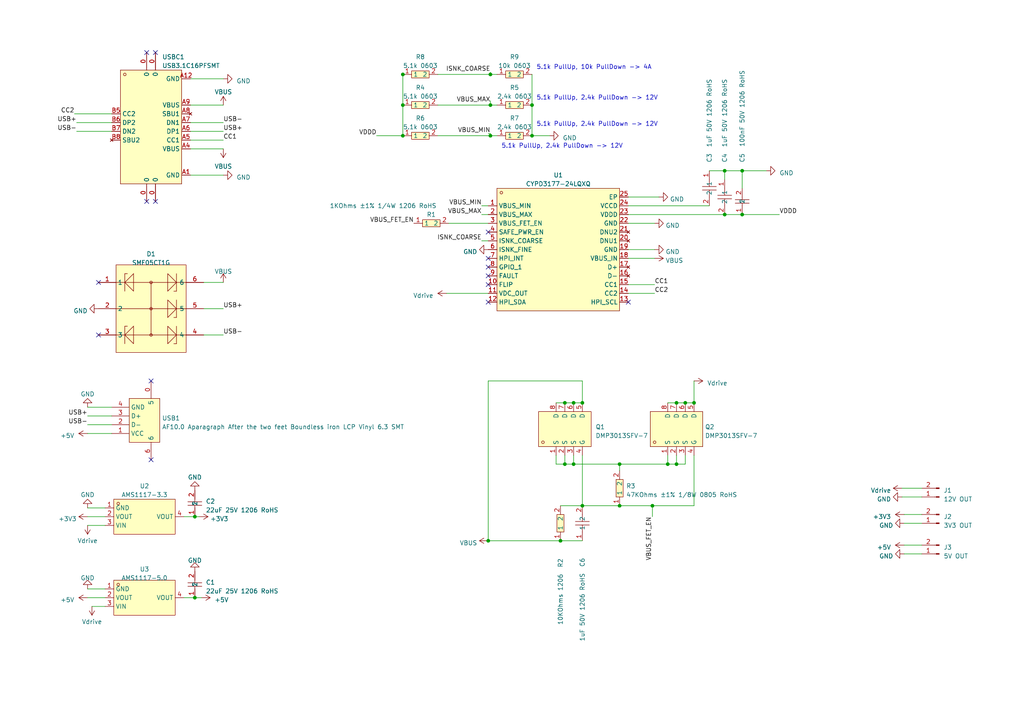
<source format=kicad_sch>
(kicad_sch (version 20230121) (generator eeschema)
  (paper "A4")
  (title_block (title "Frankenstein LightningBolt") (date "2023-05-23") (rev "0.1") (company "wirkbetrieb.net") (comment 1 "Tom Merlin Eichhorn"))
  (lib_symbols
    (symbol "Connector:Conn_01x02_Pin" (pin_names (offset 1.016) hide)
      (property "Reference" "J" (at 0 2.54 0))
      (property "Value" "Conn_01x02_Pin" (at 0 -5.08 0))
      (symbol "Conn_01x02_Pin_1_1"
        (polyline (pts (xy 1.27 -2.54) (xy 0.8636 -2.54)) (stroke (width 0.1524)))
        (polyline (pts (xy 1.27 0) (xy 0.8636 0)) (stroke (width 0.1524)))
        (rectangle (start 0.8636 -2.413) (end 0 -2.667) (stroke (width 0.1524)) (fill (type outline)))
        (rectangle (start 0.8636 0.127) (end 0 -0.127) (stroke (width 0.1524)) (fill (type outline)))
        (pin passive line (at 5.08 0 180) (length 3.81) (name "Pin_1") (number "1"))
        (pin passive line (at 5.08 -2.54 180) (length 3.81) (name "Pin_2") (number "2"))
      )
    )
    (symbol "easyeda2kicad:0603WAF2401T5E"
      (property "Reference" "R" (at 0 5.08 0))
      (property "Value" "2.4k 0603" (at 0 -5.08 0))
      (symbol "0603WAF2401T5E_0_1"
        (rectangle (start -2.54 1.02) (end 2.54 -1.02) (fill (type background)))
        (pin bidirectional line (at -5.08 0 0) (length 2.54) (name "1") (number "1"))
        (pin bidirectional line (at 5.08 0 180) (length 2.54) (name "2") (number "2"))
      )
    )
    (symbol "easyeda2kicad:0603WAF5101T5E"
      (property "Reference" "R" (at 0 5.08 0))
      (property "Value" "5.1k 0603" (at 0 -5.08 0))
      (symbol "0603WAF5101T5E_0_1"
        (rectangle (start -2.54 1.02) (end 2.54 -1.02) (fill (type background)))
        (pin bidirectional line (at -5.08 0 0) (length 2.54) (name "1") (number "1"))
        (pin bidirectional line (at 5.08 0 180) (length 2.54) (name "2") (number "2"))
      )
    )
    (symbol "easyeda2kicad:0603WAF5103T5E"
      (property "Reference" "R" (at 0 5.08 0))
      (property "Value" "10k 0603" (at 0 -5.08 0))
      (symbol "0603WAF5103T5E_0_1"
        (rectangle (start -2.54 1.02) (end 2.54 -1.02) (fill (type background)))
        (pin bidirectional line (at -5.08 0 0) (length 2.54) (name "1") (number "1"))
        (pin bidirectional line (at 5.08 0 180) (length 2.54) (name "2") (number "2"))
      )
    )
    (symbol "easyeda2kicad:0805W8F4702T5E"
      (property "Reference" "R" (at 0 5.08 0))
      (property "Value" "47k 0805" (at 0 -5.08 0))
      (symbol "0805W8F4702T5E_0_1"
        (rectangle (start -2.54 1.02) (end 2.54 -1.02) (fill (type background)))
        (pin bidirectional line (at -5.08 0 0) (length 2.54) (name "1") (number "1"))
        (pin bidirectional line (at 5.08 0 180) (length 2.54) (name "2") (number "2"))
      )
    )
    (symbol "easyeda2kicad:1206W4F1001T5E"
      (property "Reference" "R" (at 0 5.08 0))
      (property "Value" "1k 1206" (at 0 -5.08 0))
      (symbol "1206W4F1001T5E_0_1"
        (rectangle (start -2.54 1.02) (end 2.54 -1.02) (fill (type background)))
        (pin bidirectional line (at -5.08 0 0) (length 2.54) (name "1") (number "1"))
        (pin bidirectional line (at 5.08 0 180) (length 2.54) (name "2") (number "2"))
      )
    )
    (symbol "easyeda2kicad:1206W4F1002T5E"
      (property "Reference" "R" (at 0 5.08 0))
      (property "Value" "10k 1206" (at 0 -5.08 0))
      (symbol "1206W4F1002T5E_0_1"
        (rectangle (start -2.54 1.02) (end 2.54 -1.02) (fill (type background)))
        (pin bidirectional line (at -5.08 0 0) (length 2.54) (name "1") (number "1"))
        (pin bidirectional line (at 5.08 0 180) (length 2.54) (name "2") (number "2"))
      )
    )
    (symbol "easyeda2kicad:AF10.0AparagraphAfterthetwofeetBoundlessironLCPVinyl6.3SMT"
      (property "Reference" "USB" (at 0 16.51 0))
      (property "Value" "AF10.0 Aparagraph After the two feet Boundless iron LCP Vinyl 6.3 SMT" (at 0 -16.51 0))
      (symbol "AF10.0AparagraphAfterthetwofeetBoundlessironLCPVinyl6.3SMT_0_1"
        (rectangle (start -6.35 6.35) (end 2.54 -6.35) (fill (type background)))
        (pin unspecified line (at -3.81 -11.43 90) (length 5.08) (name "5") (number "0"))
        (pin power_in line (at 7.62 3.81 180) (length 5.08) (name "VCC") (number "1"))
        (pin bidirectional line (at 7.62 1.27 180) (length 5.08) (name "D-") (number "2"))
        (pin bidirectional line (at 7.62 -1.27 180) (length 5.08) (name "D+") (number "3"))
        (pin power_in line (at 7.62 -3.81 180) (length 5.08) (name "GND") (number "4"))
        (pin unspecified line (at -3.81 11.43 270) (length 5.08) (name "6") (number "6"))
      )
    )
    (symbol "easyeda2kicad:AMS1117-3.3"
      (property "Reference" "U" (at 0 7.62 0))
      (property "Value" "AMS1117-3.3" (at 0 -7.62 0))
      (symbol "AMS1117-3.3_0_1"
        (rectangle (start -8.89 5.08) (end 8.89 -5.08) (fill (type background)))
        (circle (center -7.62 3.81) (radius 0.38))
        (pin power_in line (at -11.43 2.54 0) (length 2.54) (name "GND") (number "1"))
        (pin power_out line (at -11.43 0 0) (length 2.54) (name "VOUT") (number "2"))
        (pin power_in line (at -11.43 -2.54 0) (length 2.54) (name "VIN") (number "3"))
        (pin power_out line (at 11.43 0 180) (length 2.54) (name "VOUT") (number "4"))
      )
    )
    (symbol "easyeda2kicad:AMS1117-5.0"
      (property "Reference" "U" (at 0 7.62 0))
      (property "Value" "AMS1117-5.0" (at 0 -7.62 0))
      (symbol "AMS1117-5.0_0_1"
        (rectangle (start -8.89 5.08) (end 8.89 -5.08) (fill (type background)))
        (circle (center -7.62 3.81) (radius 0.38))
        (pin power_in line (at -11.43 2.54 0) (length 2.54) (name "GND") (number "1"))
        (pin power_out line (at -11.43 0 0) (length 2.54) (name "VOUT") (number "2"))
        (pin power_in line (at -11.43 -2.54 0) (length 2.54) (name "VIN") (number "3"))
        (pin power_out line (at 11.43 0 180) (length 2.54) (name "VOUT") (number "4"))
      )
    )
    (symbol "easyeda2kicad:CL31A226KAHNNNE"
      (property "Reference" "C" (at 0 5.08 0))
      (property "Value" "CL31A226KAHNNNE" (at 0 -5.08 0))
      (symbol "CL31A226KAHNNNE_0_1"
        (polyline (pts (xy -1.27 0) (xy -0.51 0)))
        (polyline (pts (xy -0.51 2.03) (xy -0.51 -2.03)))
        (polyline (pts (xy 0.51 0) (xy 1.27 0)))
        (polyline (pts (xy 0.51 2.03) (xy 0.51 -2.03)))
        (pin input line (at -3.81 0 0) (length 2.54) (name "1") (number "1"))
        (pin input line (at 3.81 0 180) (length 2.54) (name "2") (number "2"))
      )
    )
    (symbol "easyeda2kicad:CL31B104KBCNNNC"
      (property "Reference" "C" (at 0 5.08 0))
      (property "Value" "100nF 50V 1206" (at 0 -5.08 0))
      (symbol "CL31B104KBCNNNC_0_1"
        (polyline (pts (xy -1.27 0) (xy -0.51 0)))
        (polyline (pts (xy -0.51 2.03) (xy -0.51 -2.03)))
        (polyline (pts (xy 0.51 0) (xy 1.27 0)))
        (polyline (pts (xy 0.51 2.03) (xy 0.51 -2.03)))
        (pin bidirectional line (at -3.81 0 0) (length 2.54) (name "1") (number "1"))
        (pin bidirectional line (at 3.81 0 180) (length 2.54) (name "2") (number "2"))
      )
    )
    (symbol "easyeda2kicad:CL31B105KBHNNNE"
      (property "Reference" "C" (at 0 5.08 0))
      (property "Value" "1uF 50V 1206" (at 0 -5.08 0))
      (symbol "CL31B105KBHNNNE_0_1"
        (polyline (pts (xy -0.51 -2.03) (xy -0.51 2.03)))
        (polyline (pts (xy -0.51 0) (xy -2.54 0)))
        (polyline (pts (xy 0.51 2.03) (xy 0.51 -2.03)))
        (polyline (pts (xy 2.54 0) (xy 0.51 0)))
        (pin bidirectional line (at -5.08 0 0) (length 2.54) (name "1") (number "1"))
        (pin bidirectional line (at 5.08 0 180) (length 2.54) (name "2") (number "2"))
      )
    )
    (symbol "easyeda2kicad:CYPD3177-24LQXQ"
      (property "Reference" "U" (at 0 20.32 0))
      (property "Value" "CYPD3177-24LQXQ" (at 0 -20.32 0))
      (symbol "CYPD3177-24LQXQ_0_1"
        (rectangle (start -17.78 17.78) (end 17.78 -17.78) (fill (type background)))
        (circle (center -16.51 16.51) (radius 0.38))
        (pin input line (at -20.32 12.7 0) (length 2.54) (name "VBUS_MIN") (number "1"))
        (pin output line (at -20.32 -10.16 0) (length 2.54) (name "FLIP") (number "10"))
        (pin power_in line (at -20.32 -12.7 0) (length 2.54) (name "VDC_OUT") (number "11"))
        (pin bidirectional line (at -20.32 -15.24 0) (length 2.54) (name "HPI_SDA") (number "12"))
        (pin input line (at 20.32 -15.24 180) (length 2.54) (name "HPI_SCL") (number "13"))
        (pin bidirectional line (at 20.32 -12.7 180) (length 2.54) (name "CC2") (number "14"))
        (pin bidirectional line (at 20.32 -10.16 180) (length 2.54) (name "CC1") (number "15"))
        (pin no_connect line (at 20.32 -7.62 180) (length 2.54) (name "D-") (number "16"))
        (pin no_connect line (at 20.32 -5.08 180) (length 2.54) (name "D+") (number "17"))
        (pin power_in line (at 20.32 -2.54 180) (length 2.54) (name "VBUS_IN") (number "18"))
        (pin power_in line (at 20.32 0 180) (length 2.54) (name "GND") (number "19"))
        (pin input line (at -20.32 10.16 0) (length 2.54) (name "VBUS_MAX") (number "2"))
        (pin no_connect line (at 20.32 2.54 180) (length 2.54) (name "DNU1") (number "20"))
        (pin no_connect line (at 20.32 5.08 180) (length 2.54) (name "DNU2") (number "21"))
        (pin power_in line (at 20.32 7.62 180) (length 2.54) (name "GND") (number "22"))
        (pin power_out line (at 20.32 10.16 180) (length 2.54) (name "VDDD") (number "23"))
        (pin power_out line (at 20.32 12.7 180) (length 2.54) (name "VCCD") (number "24"))
        (pin unspecified line (at 20.32 15.24 180) (length 2.54) (name "EP") (number "25"))
        (pin output line (at -20.32 7.62 0) (length 2.54) (name "VBUS_FET_EN") (number "3"))
        (pin output line (at -20.32 5.08 0) (length 2.54) (name "SAFE_PWR_EN") (number "4"))
        (pin input line (at -20.32 2.54 0) (length 2.54) (name "ISNK_COARSE") (number "5"))
        (pin power_in line (at -20.32 0 0) (length 2.54) (name "ISNK_FINE") (number "6"))
        (pin output line (at -20.32 -2.54 0) (length 2.54) (name "HPI_INT") (number "7"))
        (pin bidirectional line (at -20.32 -5.08 0) (length 2.54) (name "GPIO_1") (number "8"))
        (pin output line (at -20.32 -7.62 0) (length 2.54) (name "FAULT") (number "9"))
      )
    )
    (symbol "easyeda2kicad:DMP3013SFV-7"
      (property "Reference" "Q" (at 0 7.62 0))
      (property "Value" "DMP3013SFV-7" (at 0 -10.16 0))
      (symbol "DMP3013SFV-7_0_1"
        (rectangle (start -5.08 7.62) (end 5.08 -7.62) (fill (type background)))
        (circle (center -3.81 6.35) (radius 0.38))
        (pin bidirectional line (at -7.62 2.54 0) (length 2.54) (name "S") (number "1"))
        (pin bidirectional line (at -7.62 0 0) (length 2.54) (name "S") (number "2"))
        (pin bidirectional line (at -7.62 -2.54 0) (length 2.54) (name "S") (number "3"))
        (pin bidirectional line (at -7.62 -5.08 0) (length 2.54) (name "G") (number "4"))
        (pin bidirectional line (at 7.62 -5.08 180) (length 2.54) (name "D") (number "5"))
        (pin bidirectional line (at 7.62 -2.54 180) (length 2.54) (name "D") (number "6"))
        (pin bidirectional line (at 7.62 0 180) (length 2.54) (name "D") (number "7"))
        (pin bidirectional line (at 7.62 2.54 180) (length 2.54) (name "D") (number "8"))
      )
    )
    (symbol "easyeda2kicad:SMF05CT1G"
      (property "Reference" "D" (at 0 12.7 0))
      (property "Value" "SMF05CT1G" (at 0 -12.7 0))
      (symbol "SMF05CT1G_0_1"
        (rectangle (start -10.16 12.7) (end 10.16 -12.7) (fill (type background)))
        (circle (center 0 -7.62) (radius 0.38))
        (polyline (pts (xy -10.16 -7.62) (xy 10.16 -7.62)))
        (polyline (pts (xy -10.16 0) (xy 0 0)))
        (polyline (pts (xy -10.16 7.62) (xy 10.16 7.62)))
        (polyline (pts (xy -7.62 -10.16) (xy -7.62 -5.08)))
        (polyline (pts (xy -7.62 -5.08) (xy -6.86 -5.08)))
        (polyline (pts (xy -7.62 5.08) (xy -7.62 10.16)))
        (polyline (pts (xy -7.62 10.16) (xy -6.86 10.16)))
        (polyline (pts (xy 0 -7.62) (xy 0 7.62)))
        (polyline (pts (xy 0 0) (xy 10.16 0)))
        (polyline (pts (xy 7.37 -10.16) (xy 6.6 -10.16)))
        (polyline (pts (xy 7.37 -5.08) (xy 7.37 -10.16)))
        (polyline (pts (xy 7.37 -2.54) (xy 6.6 -2.54)))
        (polyline (pts (xy 7.37 2.54) (xy 7.37 -2.54)))
        (polyline (pts (xy 7.37 5.08) (xy 6.6 5.08)))
        (polyline (pts (xy 7.37 10.16) (xy 7.37 5.08)))
        (polyline (pts (xy -5.08 -5.08) (xy -7.62 -7.62) (xy -5.08 -10.16) (xy -5.08 -5.08)) (fill (type background)))
        (polyline (pts (xy -5.08 10.16) (xy -7.62 7.62) (xy -5.08 5.08) (xy -5.08 10.16)) (fill (type background)))
        (polyline (pts (xy 4.83 -10.16) (xy 7.37 -7.62) (xy 4.83 -5.08) (xy 4.83 -10.16)) (fill (type background)))
        (polyline (pts (xy 4.83 -2.54) (xy 7.37 0) (xy 4.83 2.54) (xy 4.83 -2.54)) (fill (type background)))
        (polyline (pts (xy 4.83 5.08) (xy 7.37 7.62) (xy 4.83 10.16) (xy 4.83 5.08)) (fill (type background)))
        (circle (center 0 0) (radius 0.38))
        (circle (center 0 7.62) (radius 0.38))
        (arc (start 0.25 -7.62) (mid 0.25 -7.62) (end 0.25 -7.62))
        (arc (start 0.25 0) (mid 0.25 0) (end 0.25 0))
        (arc (start 0.25 7.62) (mid 0.25 7.62) (end 0.25 7.62))
        (pin input line (at -15.24 7.62 0) (length 5.08) (name "1") (number "1"))
        (pin power_in line (at -15.24 0 0) (length 5.08) (name "2") (number "2"))
        (pin input line (at -15.24 -7.62 0) (length 5.08) (name "3") (number "3"))
        (pin input line (at 15.24 -7.62 180) (length 5.08) (name "4") (number "4"))
        (pin input line (at 15.24 0 180) (length 5.08) (name "5") (number "5"))
        (pin power_in line (at 15.24 7.62 180) (length 5.08) (name "6") (number "6"))
      )
    )
    (symbol "easyeda2kicad:USB3.1C16PFSMT"
      (property "Reference" "USBC" (at 0 26.67 0))
      (property "Value" "USB3.1C16PFSMT" (at 0 -26.67 0))
      (symbol "USB3.1C16PFSMT_0_1"
        (rectangle (start -8.89 16.51) (end 8.89 -16.51) (fill (type background)))
        (circle (center -7.62 15.24) (radius 0.38))
        (pin unspecified line (at -1.27 -21.59 90) (length 5.08) (name "0") (number "0"))
        (pin unspecified line (at -1.27 21.59 270) (length 5.08) (name "0") (number "0"))
        (pin unspecified line (at 1.27 -21.59 90) (length 5.08) (name "0") (number "0"))
        (pin unspecified line (at 1.27 21.59 270) (length 5.08) (name "0") (number "0"))
        (pin power_out line (at 11.43 -13.97 180) (length 2.54) (name "GND") (number "A1"))
        (pin power_out line (at 11.43 13.97 180) (length 2.54) (name "GND") (number "A12"))
        (pin power_out line (at 11.43 -6.35 180) (length 2.54) (name "VBUS") (number "A4"))
        (pin bidirectional line (at 11.43 -3.81 180) (length 2.54) (name "CC1") (number "A5"))
        (pin bidirectional line (at 11.43 -1.27 180) (length 2.54) (name "DP1") (number "A6"))
        (pin bidirectional line (at 11.43 1.27 180) (length 2.54) (name "DN1") (number "A7"))
        (pin no_connect line (at 11.43 3.81 180) (length 2.54) (name "SBU1") (number "A8"))
        (pin power_out line (at 11.43 6.35 180) (length 2.54) (name "VBUS") (number "A9"))
        (pin bidirectional line (at -11.43 3.81 0) (length 2.54) (name "CC2") (number "B5"))
        (pin bidirectional line (at -11.43 1.27 0) (length 2.54) (name "DP2") (number "B6"))
        (pin bidirectional line (at -11.43 -1.27 0) (length 2.54) (name "DN2") (number "B7"))
        (pin no_connect line (at -11.43 -3.81 0) (length 2.54) (name "SBU2") (number "B8"))
      )
    )
    (symbol "power:+3V3" (power) (pin_names (offset 0))
      (property "Value" "+3V3" (at 0 3.556 0))
      (symbol "+3V3_0_1"
        (polyline (pts (xy -0.762 1.27) (xy 0 2.54)))
        (polyline (pts (xy 0 0) (xy 0 2.54)))
        (polyline (pts (xy 0 2.54) (xy 0.762 1.27)))
      )
      (symbol "+3V3_1_1"
        (pin power_in line (at 0 0 90) (length 0) hide (name "+3V3") (number "1"))
      )
    )
    (symbol "power:+5V" (power) (pin_names (offset 0))
      (property "Value" "+5V" (at 0 3.556 0))
      (symbol "+5V_0_1"
        (polyline (pts (xy -0.762 1.27) (xy 0 2.54)))
        (polyline (pts (xy 0 0) (xy 0 2.54)))
        (polyline (pts (xy 0 2.54) (xy 0.762 1.27)))
      )
      (symbol "+5V_1_1"
        (pin power_in line (at 0 0 90) (length 0) hide (name "+5V") (number "1"))
      )
    )
    (symbol "power:GND" (power) (pin_names (offset 0))
      (property "Value" "GND" (at 0 -3.81 0))
      (symbol "GND_0_1"
        (polyline (pts (xy 0 0) (xy 0 -1.27) (xy 1.27 -1.27) (xy 0 -2.54) (xy -1.27 -1.27) (xy 0 -1.27)))
      )
      (symbol "GND_1_1"
        (pin power_in line (at 0 0 270) (length 0) hide (name "GND") (number "1"))
      )
    )
    (symbol "power:VBUS" (power) (pin_names (offset 0))
      (property "Value" "VBUS" (at 0 3.81 0))
      (symbol "VBUS_0_1"
        (polyline (pts (xy -0.762 1.27) (xy 0 2.54)))
        (polyline (pts (xy 0 0) (xy 0 2.54)))
        (polyline (pts (xy 0 2.54) (xy 0.762 1.27)))
      )
      (symbol "VBUS_1_1"
        (pin power_in line (at 0 0 90) (length 0) hide (name "VBUS") (number "1"))
      )
    )
    (symbol "power:Vdrive" (power) (pin_names (offset 0))
      (property "Value" "Vdrive" (at 0 3.81 0))
      (symbol "Vdrive_0_1"
        (polyline (pts (xy -0.762 1.27) (xy 0 2.54)))
        (polyline (pts (xy 0 0) (xy 0 2.54)))
        (polyline (pts (xy 0 2.54) (xy 0.762 1.27)))
      )
      (symbol "Vdrive_1_1"
        (pin power_in line (at 0 0 90) (length 0) hide (name "Vdrive") (number "1"))
      )
    )
  )
  (junction (at 196.215 134.62))
  (junction (at 210.185 62.23))
  (junction (at 162.56 156.845))
  (junction (at 215.265 49.53))
  (junction (at 116.84 30.48))
  (junction (at 215.265 62.23))
  (junction (at 210.185 49.53))
  (junction (at 154.305 30.48))
  (junction (at 196.215 116.84))
  (junction (at 179.705 146.685))
  (junction (at 193.675 134.62))
  (junction (at 168.91 116.84))
  (junction (at 179.705 134.62))
  (junction (at 142.24 30.48))
  (junction (at 154.305 39.37))
  (junction (at 142.24 39.37))
  (junction (at 56.515 173.355))
  (junction (at 56.515 149.86))
  (junction (at 198.755 116.84))
  (junction (at 166.37 116.84))
  (junction (at 201.295 116.84))
  (junction (at 116.84 39.37))
  (junction (at 142.24 21.59))
  (junction (at 163.83 116.84))
  (junction (at 141.605 156.845))
  (junction (at 168.91 146.685))
  (junction (at 189.23 146.685))
  (junction (at 166.37 134.62))
  (junction (at 116.84 21.59))
  (junction (at 163.83 134.62))
  (no_connect (at 141.605 74.93))
  (no_connect (at 42.545 15.24))
  (no_connect (at 42.545 58.42))
  (no_connect (at 43.815 110.49))
  (no_connect (at 141.605 67.31))
  (no_connect (at 141.605 80.01))
  (no_connect (at 141.605 82.55))
  (no_connect (at 28.575 97.155))
  (no_connect (at 45.085 15.24))
  (no_connect (at 182.245 87.63))
  (no_connect (at 45.085 58.42))
  (no_connect (at 43.815 133.35))
  (no_connect (at 141.605 77.47))
  (no_connect (at 141.605 87.63))
  (no_connect (at 28.575 81.915))
  (wire (pts (xy 162.56 156.845) (xy 141.605 156.845)))
  (wire (pts (xy 182.245 74.93) (xy 189.865 74.93)))
  (wire (pts (xy 210.185 49.53) (xy 210.185 52.07)))
  (wire (pts (xy 25.4 149.86) (xy 30.48 149.86)))
  (wire (pts (xy 189.23 146.685) (xy 201.295 146.685)))
  (wire (pts (xy 25.4 152.4) (xy 30.48 152.4)))
  (wire (pts (xy 168.91 110.49) (xy 168.91 116.84)))
  (wire (pts (xy 55.245 50.8) (xy 64.77 50.8)))
  (wire (pts (xy 109.22 39.37) (xy 116.84 39.37)))
  (wire (pts (xy 116.84 30.48) (xy 116.84 39.37)))
  (wire (pts (xy 53.34 173.355) (xy 56.515 173.355)))
  (wire (pts (xy 116.84 21.59) (xy 117.475 21.59)))
  (wire (pts (xy 56.515 173.355) (xy 58.42 173.355)))
  (wire (pts (xy 201.295 110.49) (xy 201.295 116.84)))
  (wire (pts (xy 163.83 134.62) (xy 163.83 132.08)))
  (wire (pts (xy 127 39.37) (xy 142.24 39.37)))
  (wire (pts (xy 166.37 134.62) (xy 166.37 132.08)))
  (wire (pts (xy 161.29 134.62) (xy 163.83 134.62)))
  (wire (pts (xy 55.245 38.1) (xy 64.77 38.1)))
  (wire (pts (xy 166.37 134.62) (xy 179.705 134.62)))
  (wire (pts (xy 161.29 132.08) (xy 161.29 134.62)))
  (wire (pts (xy 59.055 97.155) (xy 64.77 97.155)))
  (wire (pts (xy 56.515 149.86) (xy 57.785 149.86)))
  (wire (pts (xy 55.245 43.18) (xy 64.77 43.18)))
  (wire (pts (xy 210.185 62.23) (xy 215.265 62.23)))
  (wire (pts (xy 154.305 30.48) (xy 154.305 39.37)))
  (wire (pts (xy 262.255 158.115) (xy 267.335 158.115)))
  (wire (pts (xy 142.24 30.48) (xy 144.145 30.48)))
  (wire (pts (xy 142.24 20.955) (xy 142.24 21.59)))
  (wire (pts (xy 142.24 38.735) (xy 142.24 39.37)))
  (wire (pts (xy 168.91 110.49) (xy 141.605 110.49)))
  (wire (pts (xy 59.055 81.915) (xy 64.77 81.915)))
  (wire (pts (xy 182.245 85.09) (xy 189.865 85.09)))
  (wire (pts (xy 198.755 116.84) (xy 201.295 116.84)))
  (wire (pts (xy 262.255 151.765) (xy 267.335 151.765)))
  (wire (pts (xy 26.67 175.895) (xy 30.48 175.895)))
  (wire (pts (xy 162.56 146.685) (xy 168.91 146.685)))
  (wire (pts (xy 215.265 49.53) (xy 222.25 49.53)))
  (wire (pts (xy 168.91 146.685) (xy 179.705 146.685)))
  (wire (pts (xy 182.245 82.55) (xy 189.865 82.55)))
  (wire (pts (xy 116.84 30.48) (xy 116.84 21.59)))
  (wire (pts (xy 193.675 134.62) (xy 193.675 132.08)))
  (wire (pts (xy 198.755 134.62) (xy 198.755 132.08)))
  (wire (pts (xy 127 30.48) (xy 142.24 30.48)))
  (wire (pts (xy 196.215 116.84) (xy 198.755 116.84)))
  (wire (pts (xy 59.055 89.535) (xy 64.77 89.535)))
  (wire (pts (xy 262.255 160.655) (xy 267.335 160.655)))
  (wire (pts (xy 55.245 30.48) (xy 64.77 30.48)))
  (wire (pts (xy 179.705 146.685) (xy 189.23 146.685)))
  (wire (pts (xy 182.245 62.23) (xy 210.185 62.23)))
  (wire (pts (xy 179.705 134.62) (xy 179.705 136.525)))
  (wire (pts (xy 53.34 149.86) (xy 56.515 149.86)))
  (wire (pts (xy 142.24 21.59) (xy 144.145 21.59)))
  (wire (pts (xy 163.83 134.62) (xy 166.37 134.62)))
  (wire (pts (xy 139.7 62.23) (xy 141.605 62.23)))
  (wire (pts (xy 154.305 21.59) (xy 154.305 30.48)))
  (wire (pts (xy 22.225 38.1) (xy 32.385 38.1)))
  (wire (pts (xy 129.54 85.09) (xy 141.605 85.09)))
  (wire (pts (xy 127 21.59) (xy 142.24 21.59)))
  (wire (pts (xy 193.675 134.62) (xy 196.215 134.62)))
  (wire (pts (xy 25.4 120.65) (xy 32.385 120.65)))
  (wire (pts (xy 193.675 116.84) (xy 196.215 116.84)))
  (wire (pts (xy 130.175 64.77) (xy 141.605 64.77)))
  (wire (pts (xy 142.24 38.735) (xy 141.605 38.735)))
  (wire (pts (xy 162.56 156.845) (xy 168.91 156.845)))
  (wire (pts (xy 182.245 57.15) (xy 191.135 57.15)))
  (wire (pts (xy 25.4 170.815) (xy 30.48 170.815)))
  (wire (pts (xy 142.24 39.37) (xy 144.145 39.37)))
  (wire (pts (xy 215.265 49.53) (xy 215.265 54.61)))
  (wire (pts (xy 168.91 132.08) (xy 168.91 146.685)))
  (wire (pts (xy 261.62 144.145) (xy 267.335 144.145)))
  (wire (pts (xy 25.4 147.32) (xy 30.48 147.32)))
  (wire (pts (xy 196.215 132.08) (xy 196.215 134.62)))
  (wire (pts (xy 22.225 35.56) (xy 32.385 35.56)))
  (wire (pts (xy 25.4 173.355) (xy 30.48 173.355)))
  (wire (pts (xy 55.245 40.64) (xy 64.77 40.64)))
  (wire (pts (xy 182.245 72.39) (xy 189.865 72.39)))
  (wire (pts (xy 196.215 134.62) (xy 198.755 134.62)))
  (wire (pts (xy 205.74 49.53) (xy 210.185 49.53)))
  (wire (pts (xy 182.245 59.69) (xy 205.74 59.69)))
  (wire (pts (xy 189.23 146.685) (xy 189.23 149.86)))
  (wire (pts (xy 25.4 125.73) (xy 32.385 125.73)))
  (wire (pts (xy 142.24 29.21) (xy 142.24 30.48)))
  (wire (pts (xy 141.605 110.49) (xy 141.605 156.845)))
  (wire (pts (xy 139.7 69.85) (xy 141.605 69.85)))
  (wire (pts (xy 139.7 59.69) (xy 141.605 59.69)))
  (wire (pts (xy 182.245 64.77) (xy 189.865 64.77)))
  (wire (pts (xy 25.4 118.11) (xy 32.385 118.11)))
  (wire (pts (xy 55.245 35.56) (xy 64.77 35.56)))
  (wire (pts (xy 179.705 134.62) (xy 193.675 134.62)))
  (wire (pts (xy 25.4 123.19) (xy 32.385 123.19)))
  (wire (pts (xy 166.37 116.84) (xy 168.91 116.84)))
  (wire (pts (xy 261.62 141.605) (xy 267.335 141.605)))
  (wire (pts (xy 262.255 149.225) (xy 267.335 149.225)))
  (wire (pts (xy 21.59 33.02) (xy 32.385 33.02)))
  (wire (pts (xy 154.305 39.37) (xy 159.385 39.37)))
  (wire (pts (xy 161.29 116.84) (xy 163.83 116.84)))
  (wire (pts (xy 210.185 49.53) (xy 215.265 49.53)))
  (wire (pts (xy 215.265 62.23) (xy 226.06 62.23)))
  (wire (pts (xy 201.295 132.08) (xy 201.295 146.685)))
  (wire (pts (xy 55.245 22.86) (xy 64.77 22.86)))
  (wire (pts (xy 163.83 116.84) (xy 166.37 116.84)))
  (text "5.1k PullUp, 2.4k PullDown -> 12V" (at 155.575 36.83 0) (effects (font (size 1.27 1.27)) (justify left bottom)))
  (text "5.1k PullUp, 2.4k PullDown -> 12V" (at 155.575 29.21 0) (effects (font (size 1.27 1.27)) (justify left bottom)))
  (text "5.1k PullUp, 10k PullDown -> 4A\n" (at 155.575 20.32 0) (effects (font (size 1.27 1.27)) (justify left bottom)))
  (text "5.1k PullUp, 2.4k PullDown -> 12V" (at 145.415 43.18 0) (effects (font (size 1.27 1.27)) (justify left bottom)))
  (label "USB-" (at 64.77 97.155 0))
  (label "USB+" (at 64.77 38.1 0))
  (label "CC1" (at 64.77 40.64 0))
  (label "USB-" (at 25.4 123.19 180))
  (label "USB-" (at 64.77 35.56 0))
  (label "CC2" (at 21.59 33.02 180))
  (label "USB+" (at 22.225 35.56 180))
  (label "VBUS_FET_EN" (at 120.015 64.77 180))
  (label "VBUS_MAX" (at 139.7 62.23 180))
  (label "USB-" (at 22.225 38.1 180))
  (label "USB+" (at 64.77 89.535 0))
  (label "VDDD" (at 109.22 39.37 180))
  (label "VDDD" (at 226.06 62.23 0))
  (label "ISNK_COARSE" (at 139.7 69.85 180))
  (label "VBUS_FET_EN" (at 189.23 149.86 270))
  (label "CC2" (at 189.865 85.09 0))
  (label "CC1" (at 189.865 82.55 0))
  (label "VBUS_MIN" (at 139.7 59.69 180))
  (label "VBUS_MAX" (at 142.24 29.845 180))
  (label "USB+" (at 25.4 120.65 180))
  (label "ISNK_COARSE" (at 142.24 20.955 180))
  (label "VBUS_MIN" (at 142.24 38.735 180))
  (symbol (lib_id "easyeda2kicad:DMP3013SFV-7") (at 163.83 124.46 90) (unit 1)
    (property "Reference" "Q1" (at 172.72 123.825 90) (effects (justify right)))
    (property "Value" "DMP3013SFV-7" (at 172.72 126.365 90) (effects (justify right)))
    (property "Footprint" "easyeda2kicad:POWERPAK-1212-8_L3.1-W3.1-P0.65-LS3.3-BL" (effects hide))
    (property "Datasheet" "https://lcsc.com/product-detail/Others_Diodes-Incorporated_DMP3013SFV-7_Diodes-Incorporated-DMP3013SFV-7_C264098.html" (effects hide))
    (property "Manufacturer" "DIODES(美台)" (effects hide))
    (property "LCSC Part" "C264098" (effects hide))
    (property "JLC Part" "Extended Part" (effects hide))
  )
  (symbol (lib_id "easyeda2kicad:1206W4F1002T5E") (at 162.56 151.765 90) (unit 1)
    (property "Reference" "R2" (at 162.56 161.925 0) (effects (justify right)))
    (property "Value" "10KOhms 1206" (at 162.56 166.37 0) (effects (justify right)))
    (property "Footprint" "easyeda2kicad:R1206" (effects hide))
    (property "Datasheet" "https://lcsc.com/product-detail/Chip-Resistor-Surface-Mount-UniOhm_10KR-1002-1_C17902.html" (effects hide))
    (property "Manufacturer" "UNI-ROYAL(厚声)" (effects hide))
    (property "LCSC Part" "C17902" (effects hide))
    (property "JLC Part" "Basic Part" (effects hide))
  )
  (symbol (lib_id "power:+5V") (at 58.42 173.355 270) (unit 1)
    (property "Reference" "#PWR016" (effects hide))
    (property "Value" "+5V" (at 62.23 173.99 90) (effects (justify left)))
  )
  (symbol (lib_id "easyeda2kicad:0603WAF5103T5E") (at 149.225 21.59 0) (unit 1)
    (property "Reference" "R9" (at 149.225 16.51 0))
    (property "Value" "10k 0603" (at 149.225 19.05 0))
    (property "Footprint" "easyeda2kicad:R0603" (effects hide))
    (property "Datasheet" "https://lcsc.com/product-detail/Chip-Resistor-Surface-Mount-UniOhm_510KR-5103-1_C23192.html" (effects hide))
    (property "Manufacturer" "UNI-ROYAL(厚声)" (effects hide))
    (property "LCSC Part" "C23192" (effects hide))
    (property "JLC Part" "Basic Part" (effects hide))
  )
  (symbol (lib_id "easyeda2kicad:CL31B105KBHNNNE") (at 210.185 57.15 270) (unit 1)
    (property "Reference" "C4" (at 210.185 44.45 0) (effects (justify left)))
    (property "Value" "1uF 50V 1206 RoHS" (at 210.185 22.86 0) (effects (justify left)))
    (property "Footprint" "easyeda2kicad:C1206" (effects hide))
    (property "Datasheet" "https://lcsc.com/product-detail/Multilayer-Ceramic-Capacitors-MLCC-SMD-SMT_SAMSUNG_CL31B105KBHNNNE_1uF-105-10-50V_C1848.html" (effects hide))
    (property "Manufacturer" "SAMSUNG(三星)" (effects hide))
    (property "LCSC Part" "C1848" (effects hide))
    (property "JLC Part" "Basic Part" (effects hide))
  )
  (symbol (lib_id "power:Vdrive") (at 201.295 110.49 270) (unit 1)
    (property "Reference" "#PWR025" (effects hide))
    (property "Value" "Vdrive" (at 205.105 111.125 90) (effects (justify left)))
  )
  (symbol (lib_id "power:Vdrive") (at 26.67 175.895 180) (unit 1)
    (property "Reference" "#PWR015" (effects hide))
    (property "Value" "Vdrive" (at 26.67 180.34 0))
  )
  (symbol (lib_id "power:GND") (at 262.255 160.655 270) (unit 1)
    (property "Reference" "#PWR027" (effects hide))
    (property "Value" "GND" (at 259.08 161.29 90) (effects (justify right)))
  )
  (symbol (lib_id "easyeda2kicad:AF10.0AparagraphAfterthetwofeetBoundlessironLCPVinyl6.3SMT") (at 40.005 121.92 180) (unit 1)
    (property "Reference" "USB1" (at 46.99 121.285 0) (effects (justify right)))
    (property "Value" "AF10.0 Aparagraph After the two feet Boundless iron LCP Vinyl 6.3 SMT" (at 46.99 123.825 0) (effects (justify right)))
    (property "Footprint" "easyeda2kicad:USB-A-SMD_JTJ-USB-AF-10.0-023" (effects hide))
    (property "Datasheet" "https://lcsc.com/product-detail/USB-Connectors_AF10-0-Aparagraph-After-the-two-feet-Boundless-iron-LCP-Vinyl-6-3-SMT-High-temperature_C39423.html" (effects hide))
    (property "Manufacturer" "精拓金" (effects hide))
    (property "LCSC Part" "C39423" (effects hide))
    (property "JLC Part" "Extended Part" (effects hide))
  )
  (symbol (lib_id "easyeda2kicad:CYPD3177-24LQXQ") (at 161.925 72.39 0) (unit 1)
    (property "Reference" "U1" (at 161.925 50.8 0))
    (property "Value" "CYPD3177-24LQXQ" (at 161.925 53.34 0))
    (property "Footprint" "easyeda2kicad:TQFN-24_L4.0-W4.0-P0.50-TL-EP2.8" (effects hide))
    (property "Manufacturer" "SPANSION(飞索)" (effects hide))
    (property "LCSC Part" "C1521054" (effects hide))
  )
  (symbol (lib_id "easyeda2kicad:AMS1117-3.3") (at 41.91 149.86 0) (unit 1)
    (property "Reference" "U2" (at 41.91 140.97 0))
    (property "Value" "AMS1117-3.3" (at 41.91 143.51 0))
    (property "Footprint" "easyeda2kicad:SOT-223-3_L6.5-W3.4-P2.30-LS7.0-BR" (effects hide))
    (property "Datasheet" "https://lcsc.com/product-detail/Low-Dropout-Regulators-LDO_AMS_AMS1117-3-3_AMS1117-3-3_C6186.html" (effects hide))
    (property "Manufacturer" "AMS" (effects hide))
    (property "LCSC Part" "C6186" (effects hide))
    (property "JLC Part" "Basic Part" (effects hide))
  )
  (symbol (lib_id "easyeda2kicad:0603WAF5101T5E") (at 121.92 39.37 0) (unit 1)
    (property "Reference" "R6" (at 121.92 34.29 0))
    (property "Value" "5.1k 0603" (at 121.92 36.83 0))
    (property "Footprint" "easyeda2kicad:R0603" (effects hide))
    (property "Datasheet" "https://lcsc.com/product-detail/Chip-Resistor-Surface-Mount-UniOhm_5-1KR-5101-1_C23186.html" (effects hide))
    (property "Manufacturer" "UNI-ROYAL(厚声)" (effects hide))
    (property "LCSC Part" "C23186" (effects hide))
    (property "JLC Part" "Basic Part" (effects hide))
  )
  (symbol (lib_id "power:Vdrive") (at 25.4 152.4 180) (unit 1)
    (property "Reference" "#PWR012" (effects hide))
    (property "Value" "Vdrive" (at 25.4 156.845 0))
  )
  (symbol (lib_id "power:Vdrive") (at 261.62 141.605 90) (unit 1)
    (property "Reference" "#PWR030" (effects hide))
    (property "Value" "Vdrive" (at 258.445 142.24 90) (effects (justify left)))
  )
  (symbol (lib_id "Connector:Conn_01x02_Pin") (at 272.415 160.655 180) (unit 1)
    (property "Reference" "J3" (at 273.685 158.75 0) (effects (justify right)))
    (property "Value" "5V OUT" (at 273.685 161.29 0) (effects (justify right)))
  )
  (symbol (lib_id "power:VBUS") (at 64.77 43.18 180) (unit 1)
    (property "Reference" "#PWR02" (effects hide))
    (property "Value" "VBUS" (at 64.77 48.26 0))
  )
  (symbol (lib_id "power:GND") (at 222.25 49.53 90) (unit 1)
    (property "Reference" "#PWR023" (effects hide))
    (property "Value" "GND" (at 226.06 50.165 90) (effects (justify right)))
  )
  (symbol (lib_id "power:GND") (at 261.62 144.145 270) (unit 1)
    (property "Reference" "#PWR029" (effects hide))
    (property "Value" "GND" (at 258.445 144.78 90) (effects (justify right)))
  )
  (symbol (lib_id "Connector:Conn_01x02_Pin") (at 272.415 144.145 180) (unit 1)
    (property "Reference" "J1" (at 273.685 142.24 0) (effects (justify right)))
    (property "Value" "12V OUT" (at 273.685 144.78 0) (effects (justify right)))
  )
  (symbol (lib_id "power:GND") (at 64.77 22.86 90) (unit 1)
    (property "Reference" "#PWR03" (effects hide))
    (property "Value" "GND" (at 68.58 23.495 90) (effects (justify right)))
  )
  (symbol (lib_id "easyeda2kicad:1206W4F1001T5E") (at 125.095 64.77 0) (unit 1)
    (property "Reference" "R1" (at 125.095 62.23 0))
    (property "Value" "1KOhms ±1% 1/4W 1206 RoHS" (at 111.125 59.69 0))
    (property "Footprint" "easyeda2kicad:R1206" (effects hide))
    (property "Datasheet" "https://lcsc.com/product-detail/Chip-Resistor-Surface-Mount-UniOhm_1KR-1001-1_C4410.html" (effects hide))
    (property "Manufacturer" "UNI-ROYAL(厚声)" (effects hide))
    (property "LCSC Part" "C4410" (effects hide))
    (property "JLC Part" "Basic Part" (effects hide))
  )
  (symbol (lib_id "power:+3V3") (at 262.255 149.225 90) (unit 1)
    (property "Reference" "#PWR031" (effects hide))
    (property "Value" "+3V3" (at 258.445 149.86 90) (effects (justify left)))
  )
  (symbol (lib_id "power:GND") (at 191.135 57.15 90) (unit 1)
    (property "Reference" "#PWR022" (effects hide))
    (property "Value" "GND" (at 194.31 57.785 90) (effects (justify right)))
  )
  (symbol (lib_id "power:VBUS") (at 141.605 156.845 90) (unit 1)
    (property "Reference" "#PWR024" (effects hide))
    (property "Value" "VBUS" (at 138.43 157.48 90) (effects (justify left)))
  )
  (symbol (lib_id "easyeda2kicad:CL31B105KBHNNNE") (at 168.91 151.765 90) (unit 1)
    (property "Reference" "C6" (at 168.91 164.465 0) (effects (justify left)))
    (property "Value" "1uF 50V 1206 RoHS" (at 168.91 186.055 0) (effects (justify left)))
    (property "Footprint" "easyeda2kicad:C1206" (effects hide))
    (property "Datasheet" "https://lcsc.com/product-detail/Multilayer-Ceramic-Capacitors-MLCC-SMD-SMT_SAMSUNG_CL31B105KBHNNNE_1uF-105-10-50V_C1848.html" (effects hide))
    (property "Manufacturer" "SAMSUNG(三星)" (effects hide))
    (property "LCSC Part" "C1848" (effects hide))
    (property "JLC Part" "Basic Part" (effects hide))
  )
  (symbol (lib_id "power:GND") (at 56.515 165.735 180) (unit 1)
    (property "Reference" "#PWR018" (effects hide))
    (property "Value" "GND" (at 56.515 162.56 0))
  )
  (symbol (lib_id "easyeda2kicad:0805W8F4702T5E") (at 179.705 141.605 90) (unit 1)
    (property "Reference" "R3" (at 181.61 140.97 90) (effects (justify right)))
    (property "Value" "47KOhms ±1% 1/8W 0805 RoHS" (at 181.61 143.51 90) (effects (justify right)))
    (property "Footprint" "easyeda2kicad:R0805" (effects hide))
    (property "Datasheet" "https://lcsc.com/product-detail/Chip-Resistor-Surface-Mount-UniOhm_47KR-4702-1_C17713.html" (effects hide))
    (property "Manufacturer" "UNI-ROYAL(厚声)" (effects hide))
    (property "LCSC Part" "C17713" (effects hide))
    (property "JLC Part" "Basic Part" (effects hide))
  )
  (symbol (lib_id "easyeda2kicad:USB3.1C16PFSMT") (at 43.815 36.83 0) (unit 1)
    (property "Reference" "USBC1" (at 47.0409 16.51 0) (effects (justify left)))
    (property "Value" "USB3.1C16PFSMT" (at 47.0409 19.05 0) (effects (justify left)))
    (property "Footprint" "easyeda2kicad:USB-C-SMD_TYPE-C-USB-17" (effects hide))
    (property "Datasheet" "https://lcsc.com/product-detail/USB-Type-C_USB-3-1-C-16PF-SMT-2-0Type_C167321.html" (effects hide))
    (property "Manufacturer" "精拓金" (effects hide))
    (property "LCSC Part" "C167321" (effects hide))
    (property "JLC Part" "Extended Part" (effects hide))
  )
  (symbol (lib_id "power:+3V3") (at 25.4 149.86 90) (unit 1)
    (property "Reference" "#PWR010" (effects hide))
    (property "Value" "+3V3" (at 22.225 150.495 90) (effects (justify left)))
  )
  (symbol (lib_id "power:+5V") (at 262.255 158.115 90) (unit 1)
    (property "Reference" "#PWR032" (effects hide))
    (property "Value" "+5V" (at 258.445 158.75 90) (effects (justify left)))
  )
  (symbol (lib_id "easyeda2kicad:SMF05CT1G") (at 43.815 89.535 0) (unit 1)
    (property "Reference" "D1" (at 43.815 73.66 0))
    (property "Value" "SMF05CT1G" (at 43.815 76.2 0))
    (property "Footprint" "easyeda2kicad:SOT-363_L2.0-W1.3-P0.65-LS2.1-BR" (effects hide))
    (property "Datasheet" "https://lcsc.com/product-detail/TVS_ON_SMF05CT1G_SMF05CT1G_C15879.html" (effects hide))
    (property "Manufacturer" "onsemi(安森美)" (effects hide))
    (property "LCSC Part" "C15879" (effects hide))
    (property "JLC Part" "Basic Part" (effects hide))
  )
  (symbol (lib_id "power:GND") (at 56.515 142.24 180) (unit 1)
    (property "Reference" "#PWR017" (effects hide))
    (property "Value" "GND" (at 56.515 138.43 0))
  )
  (symbol (lib_id "easyeda2kicad:0603WAF2401T5E") (at 149.225 30.48 0) (unit 1)
    (property "Reference" "R5" (at 149.225 25.4 0))
    (property "Value" "2.4k 0603" (at 149.225 27.94 0))
    (property "Footprint" "easyeda2kicad:R0603" (effects hide))
    (property "Datasheet" "https://lcsc.com/product-detail/Chip-Resistor-Surface-Mount-UniOhm_2-4KR-2401-1_C22940.html" (effects hide))
    (property "Manufacturer" "UNI-ROYAL(厚声)" (effects hide))
    (property "LCSC Part" "C22940" (effects hide))
    (property "JLC Part" "Basic Part" (effects hide))
  )
  (symbol (lib_id "easyeda2kicad:CL31B105KBHNNNE") (at 205.74 54.61 270) (unit 1)
    (property "Reference" "C3" (at 205.74 44.45 0) (effects (justify left)))
    (property "Value" "1uF 50V 1206 RoHS" (at 205.74 22.86 0) (effects (justify left)))
    (property "Footprint" "easyeda2kicad:C1206" (effects hide))
    (property "Datasheet" "https://lcsc.com/product-detail/Multilayer-Ceramic-Capacitors-MLCC-SMD-SMT_SAMSUNG_CL31B105KBHNNNE_1uF-105-10-50V_C1848.html" (effects hide))
    (property "Manufacturer" "SAMSUNG(三星)" (effects hide))
    (property "LCSC Part" "C1848" (effects hide))
    (property "JLC Part" "Basic Part" (effects hide))
  )
  (symbol (lib_id "power:Vdrive") (at 129.54 85.09 90) (unit 1)
    (property "Reference" "#PWR026" (effects hide))
    (property "Value" "Vdrive" (at 125.73 85.725 90) (effects (justify left)))
  )
  (symbol (lib_id "power:GND") (at 25.4 170.815 180) (unit 1)
    (property "Reference" "#PWR013" (effects hide))
    (property "Value" "GND" (at 25.4 167.64 0))
  )
  (symbol (lib_id "power:GND") (at 25.4 147.32 180) (unit 1)
    (property "Reference" "#PWR09" (effects hide))
    (property "Value" "GND" (at 25.4 143.51 0))
  )
  (symbol (lib_id "power:GND") (at 28.575 89.535 270) (unit 1)
    (property "Reference" "#PWR07" (effects hide))
    (property "Value" "GND" (at 25.4 90.17 90) (effects (justify right)))
  )
  (symbol (lib_id "easyeda2kicad:CL31B104KBCNNNC") (at 215.265 58.42 90) (unit 1)
    (property "Reference" "C5" (at 215.265 44.45 0) (effects (justify right)))
    (property "Value" "100nF 50V 1206 RoHS" (at 215.265 20.32 0) (effects (justify right)))
    (property "Footprint" "easyeda2kicad:C1206" (effects hide))
    (property "Datasheet" "https://lcsc.com/product-detail/Multilayer-Ceramic-Capacitors-MLCC-SMD-SMT_SAMSUNG_CL31B104KBCNNNC_100nF-104-10-50V_C24497.html" (effects hide))
    (property "Manufacturer" "SAMSUNG(三星)" (effects hide))
    (property "LCSC Part" "C24497" (effects hide))
    (property "JLC Part" "Basic Part" (effects hide))
  )
  (symbol (lib_id "power:GND") (at 141.605 72.39 270) (unit 1)
    (property "Reference" "#PWR034" (effects hide))
    (property "Value" "GND" (at 138.43 73.025 90) (effects (justify right)))
  )
  (symbol (lib_id "power:GND") (at 64.77 50.8 90) (unit 1)
    (property "Reference" "#PWR04" (effects hide))
    (property "Value" "GND" (at 68.58 51.435 90) (effects (justify right)))
  )
  (symbol (lib_id "power:VBUS") (at 189.865 74.93 270) (unit 1)
    (property "Reference" "#PWR021" (effects hide))
    (property "Value" "VBUS" (at 193.04 75.565 90) (effects (justify left)))
  )
  (symbol (lib_id "power:GND") (at 159.385 39.37 90) (unit 1)
    (property "Reference" "#PWR033" (effects hide))
    (property "Value" "GND" (at 163.195 40.005 90) (effects (justify right)))
  )
  (symbol (lib_id "power:+5V") (at 25.4 125.73 90) (unit 1)
    (property "Reference" "#PWR06" (effects hide))
    (property "Value" "+5V" (at 21.59 126.365 90) (effects (justify left)))
  )
  (symbol (lib_id "power:+5V") (at 25.4 173.355 90) (unit 1)
    (property "Reference" "#PWR014" (effects hide))
    (property "Value" "+5V" (at 21.59 173.99 90) (effects (justify left)))
  )
  (symbol (lib_id "easyeda2kicad:CL31A226KAHNNNE") (at 56.515 169.545 90) (unit 1)
    (property "Reference" "C1" (at 59.69 168.91 90) (effects (justify right)))
    (property "Value" "22uF 25V 1206 RoHS" (at 59.69 171.45 90) (effects (justify right)))
    (property "Footprint" "easyeda2kicad:C1206" (effects hide))
    (property "Datasheet" "https://lcsc.com/product-detail/Multilayer-Ceramic-Capacitors-MLCC-SMD-SMT_SAMSUNG_CL31A226KAHNNNE_22uF-226-10-25V_C12891.html" (effects hide))
    (property "Manufacturer" "SAMSUNG(三星)" (effects hide))
    (property "LCSC Part" "C12891" (effects hide))
    (property "JLC Part" "Basic Part" (effects hide))
  )
  (symbol (lib_id "power:VBUS") (at 64.77 81.915 0) (unit 1)
    (property "Reference" "#PWR08" (effects hide))
    (property "Value" "VBUS" (at 64.77 78.74 0))
  )
  (symbol (lib_id "power:GND") (at 25.4 118.11 180) (unit 1)
    (property "Reference" "#PWR05" (effects hide))
    (property "Value" "GND" (at 25.4 114.3 0))
  )
  (symbol (lib_id "power:+3V3") (at 57.785 149.86 270) (unit 1)
    (property "Reference" "#PWR011" (effects hide))
    (property "Value" "+3V3" (at 60.96 150.495 90) (effects (justify left)))
  )
  (symbol (lib_id "easyeda2kicad:AMS1117-5.0") (at 41.91 173.355 0) (unit 1)
    (property "Reference" "U3" (at 41.91 165.1 0))
    (property "Value" "AMS1117-5.0" (at 41.91 167.64 0))
    (property "Footprint" "easyeda2kicad:SOT-223_L6.5-W3.5-P2.30-LS7.0-BR" (effects hide))
    (property "Datasheet" "https://lcsc.com/product-detail/Low-Dropout-Regulators-LDO_AMS_AMS1117-5-0_AMS1117-5-0_C6187.html" (effects hide))
    (property "Manufacturer" "AMS" (effects hide))
    (property "LCSC Part" "C6187" (effects hide))
    (property "JLC Part" "Basic Part" (effects hide))
  )
  (symbol (lib_id "power:GND") (at 189.865 64.77 90) (unit 1)
    (property "Reference" "#PWR019" (effects hide))
    (property "Value" "GND" (at 193.04 65.405 90) (effects (justify right)))
  )
  (symbol (lib_id "power:GND") (at 189.865 72.39 90) (unit 1)
    (property "Reference" "#PWR020" (effects hide))
    (property "Value" "GND" (at 193.04 73.025 90) (effects (justify right)))
  )
  (symbol (lib_id "easyeda2kicad:CL31A226KAHNNNE") (at 56.515 146.05 90) (unit 1)
    (property "Reference" "C2" (at 59.69 145.415 90) (effects (justify right)))
    (property "Value" "22uF 25V 1206 RoHS" (at 59.69 147.955 90) (effects (justify right)))
    (property "Footprint" "easyeda2kicad:C1206" (effects hide))
    (property "Datasheet" "https://lcsc.com/product-detail/Multilayer-Ceramic-Capacitors-MLCC-SMD-SMT_SAMSUNG_CL31A226KAHNNNE_22uF-226-10-25V_C12891.html" (effects hide))
    (property "Manufacturer" "SAMSUNG(三星)" (effects hide))
    (property "LCSC Part" "C12891" (effects hide))
    (property "JLC Part" "Basic Part" (effects hide))
  )
  (symbol (lib_id "easyeda2kicad:0603WAF5101T5E") (at 121.92 21.59 0) (unit 1)
    (property "Reference" "R8" (at 121.92 16.51 0))
    (property "Value" "5.1k 0603" (at 121.92 19.05 0))
    (property "Footprint" "easyeda2kicad:R0603" (effects hide))
    (property "Datasheet" "https://lcsc.com/product-detail/Chip-Resistor-Surface-Mount-UniOhm_5-1KR-5101-1_C23186.html" (effects hide))
    (property "Manufacturer" "UNI-ROYAL(厚声)" (effects hide))
    (property "LCSC Part" "C23186" (effects hide))
    (property "JLC Part" "Basic Part" (effects hide))
  )
  (symbol (lib_id "power:VBUS") (at 64.77 30.48 0) (unit 1)
    (property "Reference" "#PWR01" (effects hide))
    (property "Value" "VBUS" (at 64.77 26.67 0))
  )
  (symbol (lib_id "easyeda2kicad:0603WAF2401T5E") (at 149.225 39.37 0) (unit 1)
    (property "Reference" "R7" (at 149.225 34.29 0))
    (property "Value" "2.4k 0603" (at 149.225 36.83 0))
    (property "Footprint" "easyeda2kicad:R0603" (effects hide))
    (property "Datasheet" "https://lcsc.com/product-detail/Chip-Resistor-Surface-Mount-UniOhm_2-4KR-2401-1_C22940.html" (effects hide))
    (property "Manufacturer" "UNI-ROYAL(厚声)" (effects hide))
    (property "LCSC Part" "C22940" (effects hide))
    (property "JLC Part" "Basic Part" (effects hide))
  )
  (symbol (lib_id "power:GND") (at 262.255 151.765 270) (unit 1)
    (property "Reference" "#PWR028" (effects hide))
    (property "Value" "GND" (at 259.08 152.4 90) (effects (justify right)))
  )
  (symbol (lib_id "easyeda2kicad:0603WAF5101T5E") (at 121.92 30.48 0) (unit 1)
    (property "Reference" "R4" (at 121.92 25.4 0))
    (property "Value" "5.1k 0603" (at 121.92 27.94 0))
    (property "Footprint" "easyeda2kicad:R0603" (effects hide))
    (property "Datasheet" "https://lcsc.com/product-detail/Chip-Resistor-Surface-Mount-UniOhm_5-1KR-5101-1_C23186.html" (effects hide))
    (property "Manufacturer" "UNI-ROYAL(厚声)" (effects hide))
    (property "LCSC Part" "C23186" (effects hide))
    (property "JLC Part" "Basic Part" (effects hide))
  )
  (symbol (lib_id "easyeda2kicad:DMP3013SFV-7") (at 196.215 124.46 90) (unit 1)
    (property "Reference" "Q2" (at 204.47 123.825 90) (effects (justify right)))
    (property "Value" "DMP3013SFV-7" (at 204.47 126.365 90) (effects (justify right)))
    (property "Footprint" "easyeda2kicad:POWERPAK-1212-8_L3.1-W3.1-P0.65-LS3.3-BL" (effects hide))
    (property "Datasheet" "https://lcsc.com/product-detail/Others_Diodes-Incorporated_DMP3013SFV-7_Diodes-Incorporated-DMP3013SFV-7_C264098.html" (effects hide))
    (property "Manufacturer" "DIODES(美台)" (effects hide))
    (property "LCSC Part" "C264098" (effects hide))
    (property "JLC Part" "Extended Part" (effects hide))
  )
  (symbol (lib_id "Connector:Conn_01x02_Pin") (at 272.415 151.765 180) (unit 1)
    (property "Reference" "J2" (at 273.685 149.86 0) (effects (justify right)))
    (property "Value" "3V3 OUT" (at 273.685 152.4 0) (effects (justify right)))
  )
)
</source>
